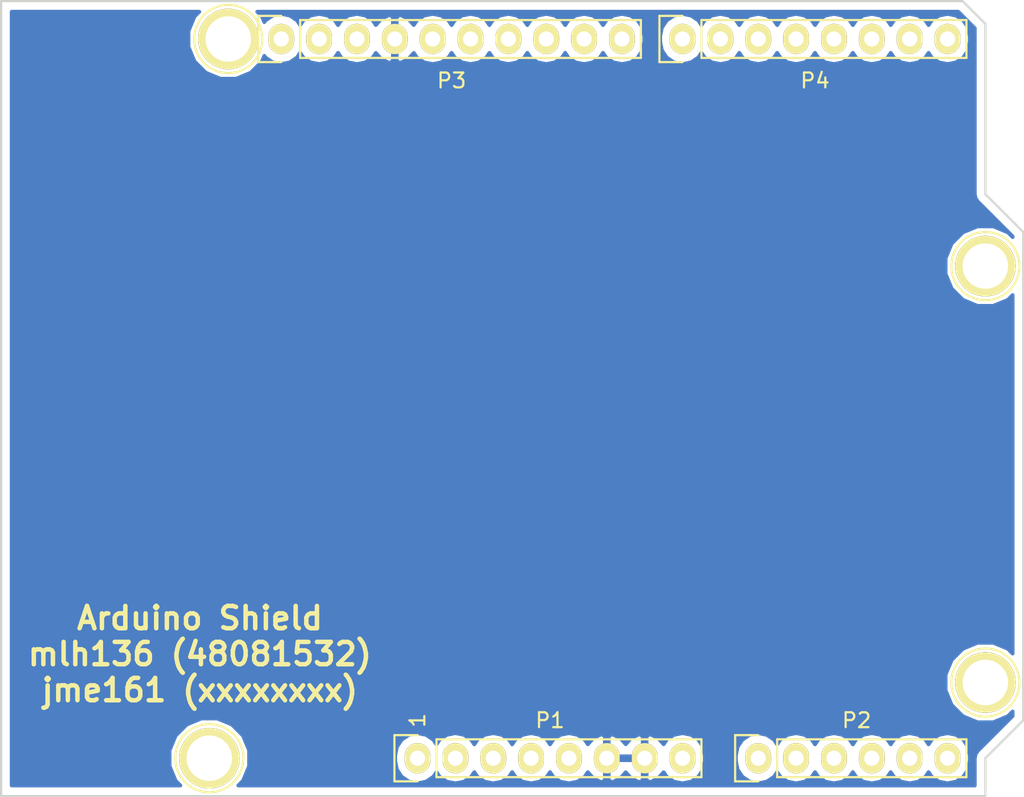
<source format=kicad_pcb>
(kicad_pcb (version 4) (host pcbnew 4.0.7)

  (general
    (links 2)
    (no_connects 0)
    (area 104.572999 71.442 182.171334 127.794)
    (thickness 1.6)
    (drawings 28)
    (tracks 0)
    (zones 0)
    (modules 8)
    (nets 28)
  )

  (page A4)
  (title_block
    (date "lun. 30 mars 2015")
  )

  (layers
    (0 F.Cu signal)
    (31 B.Cu signal)
    (32 B.Adhes user hide)
    (33 F.Adhes user hide)
    (34 B.Paste user hide)
    (35 F.Paste user hide)
    (36 B.SilkS user hide)
    (37 F.SilkS user)
    (38 B.Mask user hide)
    (39 F.Mask user)
    (40 Dwgs.User user hide)
    (41 Cmts.User user hide)
    (42 Eco1.User user hide)
    (43 Eco2.User user hide)
    (44 Edge.Cuts user)
    (45 Margin user hide)
    (46 B.CrtYd user hide)
    (47 F.CrtYd user hide)
    (48 B.Fab user hide)
    (49 F.Fab user hide)
  )

  (setup
    (last_trace_width 0.5)
    (trace_clearance 0.3)
    (zone_clearance 0.508)
    (zone_45_only no)
    (trace_min 0.2)
    (segment_width 0.15)
    (edge_width 0.15)
    (via_size 0.6)
    (via_drill 0.4)
    (via_min_size 0.4)
    (via_min_drill 0.3)
    (uvia_size 0.3)
    (uvia_drill 0.1)
    (uvias_allowed no)
    (uvia_min_size 0.2)
    (uvia_min_drill 0.1)
    (pcb_text_width 0.3)
    (pcb_text_size 1.5 1.5)
    (mod_edge_width 0.15)
    (mod_text_size 1 1)
    (mod_text_width 0.15)
    (pad_size 4.064 4.064)
    (pad_drill 3.048)
    (pad_to_mask_clearance 0)
    (aux_axis_origin 110.998 126.365)
    (grid_origin 110.998 126.365)
    (visible_elements 7FFFFF7F)
    (pcbplotparams
      (layerselection 0x00030_80000001)
      (usegerberextensions false)
      (excludeedgelayer true)
      (linewidth 0.100000)
      (plotframeref false)
      (viasonmask false)
      (mode 1)
      (useauxorigin false)
      (hpglpennumber 1)
      (hpglpenspeed 20)
      (hpglpendiameter 15)
      (hpglpenoverlay 2)
      (psnegative false)
      (psa4output false)
      (plotreference true)
      (plotvalue true)
      (plotinvisibletext false)
      (padsonsilk false)
      (subtractmaskfromsilk false)
      (outputformat 1)
      (mirror false)
      (drillshape 1)
      (scaleselection 1)
      (outputdirectory ""))
  )

  (net 0 "")
  (net 1 /IOREF)
  (net 2 /Reset)
  (net 3 +5V)
  (net 4 GND)
  (net 5 /Vin)
  (net 6 /A0)
  (net 7 /A1)
  (net 8 /A2)
  (net 9 /A3)
  (net 10 /AREF)
  (net 11 "/A4(SDA)")
  (net 12 "/A5(SCL)")
  (net 13 "/9(**)")
  (net 14 /8)
  (net 15 /7)
  (net 16 "/6(**)")
  (net 17 "/5(**)")
  (net 18 /4)
  (net 19 "/3(**)")
  (net 20 /2)
  (net 21 "/1(Tx)")
  (net 22 "/0(Rx)")
  (net 23 "/13(SCK)")
  (net 24 "/10(**/SS)")
  (net 25 +3V3)
  (net 26 "/12(MISO)")
  (net 27 "/11(**/MOSI)")

  (net_class Default "This is the default net class."
    (clearance 0.3)
    (trace_width 0.5)
    (via_dia 0.6)
    (via_drill 0.4)
    (uvia_dia 0.3)
    (uvia_drill 0.1)
    (add_net +3V3)
    (add_net "/0(Rx)")
    (add_net "/1(Tx)")
    (add_net "/10(**/SS)")
    (add_net "/11(**/MOSI)")
    (add_net "/12(MISO)")
    (add_net "/13(SCK)")
    (add_net /2)
    (add_net "/3(**)")
    (add_net /4)
    (add_net "/5(**)")
    (add_net "/6(**)")
    (add_net /7)
    (add_net /8)
    (add_net "/9(**)")
    (add_net /A0)
    (add_net /A1)
    (add_net /A2)
    (add_net /A3)
    (add_net "/A4(SDA)")
    (add_net "/A5(SCL)")
    (add_net /AREF)
    (add_net /IOREF)
    (add_net /Reset)
  )

  (net_class Power ""
    (clearance 0.3)
    (trace_width 1)
    (via_dia 1)
    (via_drill 0.4)
    (uvia_dia 0.3)
    (uvia_drill 0.1)
    (add_net +5V)
    (add_net /Vin)
    (add_net GND)
  )

  (module Socket_Arduino_Uno:Socket_Strip_Arduino_1x08 locked (layer F.Cu) (tedit 552168D2) (tstamp 551AF9EA)
    (at 138.938 123.825)
    (descr "Through hole socket strip")
    (tags "socket strip")
    (path /56D70129)
    (fp_text reference P1 (at 8.89 -2.54) (layer F.SilkS)
      (effects (font (size 1 1) (thickness 0.15)))
    )
    (fp_text value Power (at 8.89 -4.064) (layer F.Fab)
      (effects (font (size 1 1) (thickness 0.15)))
    )
    (fp_line (start -1.75 -1.75) (end -1.75 1.75) (layer F.CrtYd) (width 0.05))
    (fp_line (start 19.55 -1.75) (end 19.55 1.75) (layer F.CrtYd) (width 0.05))
    (fp_line (start -1.75 -1.75) (end 19.55 -1.75) (layer F.CrtYd) (width 0.05))
    (fp_line (start -1.75 1.75) (end 19.55 1.75) (layer F.CrtYd) (width 0.05))
    (fp_line (start 1.27 1.27) (end 19.05 1.27) (layer F.SilkS) (width 0.15))
    (fp_line (start 19.05 1.27) (end 19.05 -1.27) (layer F.SilkS) (width 0.15))
    (fp_line (start 19.05 -1.27) (end 1.27 -1.27) (layer F.SilkS) (width 0.15))
    (fp_line (start -1.55 1.55) (end 0 1.55) (layer F.SilkS) (width 0.15))
    (fp_line (start 1.27 1.27) (end 1.27 -1.27) (layer F.SilkS) (width 0.15))
    (fp_line (start 0 -1.55) (end -1.55 -1.55) (layer F.SilkS) (width 0.15))
    (fp_line (start -1.55 -1.55) (end -1.55 1.55) (layer F.SilkS) (width 0.15))
    (pad 1 thru_hole oval (at 0 0) (size 1.7272 2.032) (drill 1.016) (layers *.Cu *.Mask F.SilkS))
    (pad 2 thru_hole oval (at 2.54 0) (size 1.7272 2.032) (drill 1.016) (layers *.Cu *.Mask F.SilkS)
      (net 1 /IOREF))
    (pad 3 thru_hole oval (at 5.08 0) (size 1.7272 2.032) (drill 1.016) (layers *.Cu *.Mask F.SilkS)
      (net 2 /Reset))
    (pad 4 thru_hole oval (at 7.62 0) (size 1.7272 2.032) (drill 1.016) (layers *.Cu *.Mask F.SilkS)
      (net 25 +3V3))
    (pad 5 thru_hole oval (at 10.16 0) (size 1.7272 2.032) (drill 1.016) (layers *.Cu *.Mask F.SilkS)
      (net 3 +5V))
    (pad 6 thru_hole oval (at 12.7 0) (size 1.7272 2.032) (drill 1.016) (layers *.Cu *.Mask F.SilkS)
      (net 4 GND))
    (pad 7 thru_hole oval (at 15.24 0) (size 1.7272 2.032) (drill 1.016) (layers *.Cu *.Mask F.SilkS)
      (net 4 GND))
    (pad 8 thru_hole oval (at 17.78 0) (size 1.7272 2.032) (drill 1.016) (layers *.Cu *.Mask F.SilkS)
      (net 5 /Vin))
    (model ${KIPRJMOD}/Socket_Arduino_Uno.3dshapes/Socket_header_Arduino_1x08.wrl
      (at (xyz 0.35 0 0))
      (scale (xyz 1 1 1))
      (rotate (xyz 0 0 180))
    )
  )

  (module Socket_Arduino_Uno:Socket_Strip_Arduino_1x06 locked (layer F.Cu) (tedit 552168D6) (tstamp 551AF9FF)
    (at 161.798 123.825)
    (descr "Through hole socket strip")
    (tags "socket strip")
    (path /56D70DD8)
    (fp_text reference P2 (at 6.604 -2.54) (layer F.SilkS)
      (effects (font (size 1 1) (thickness 0.15)))
    )
    (fp_text value Analog (at 6.604 -4.064) (layer F.Fab)
      (effects (font (size 1 1) (thickness 0.15)))
    )
    (fp_line (start -1.75 -1.75) (end -1.75 1.75) (layer F.CrtYd) (width 0.05))
    (fp_line (start 14.45 -1.75) (end 14.45 1.75) (layer F.CrtYd) (width 0.05))
    (fp_line (start -1.75 -1.75) (end 14.45 -1.75) (layer F.CrtYd) (width 0.05))
    (fp_line (start -1.75 1.75) (end 14.45 1.75) (layer F.CrtYd) (width 0.05))
    (fp_line (start 1.27 1.27) (end 13.97 1.27) (layer F.SilkS) (width 0.15))
    (fp_line (start 13.97 1.27) (end 13.97 -1.27) (layer F.SilkS) (width 0.15))
    (fp_line (start 13.97 -1.27) (end 1.27 -1.27) (layer F.SilkS) (width 0.15))
    (fp_line (start -1.55 1.55) (end 0 1.55) (layer F.SilkS) (width 0.15))
    (fp_line (start 1.27 1.27) (end 1.27 -1.27) (layer F.SilkS) (width 0.15))
    (fp_line (start 0 -1.55) (end -1.55 -1.55) (layer F.SilkS) (width 0.15))
    (fp_line (start -1.55 -1.55) (end -1.55 1.55) (layer F.SilkS) (width 0.15))
    (pad 1 thru_hole oval (at 0 0) (size 1.7272 2.032) (drill 1.016) (layers *.Cu *.Mask F.SilkS)
      (net 6 /A0))
    (pad 2 thru_hole oval (at 2.54 0) (size 1.7272 2.032) (drill 1.016) (layers *.Cu *.Mask F.SilkS)
      (net 7 /A1))
    (pad 3 thru_hole oval (at 5.08 0) (size 1.7272 2.032) (drill 1.016) (layers *.Cu *.Mask F.SilkS)
      (net 8 /A2))
    (pad 4 thru_hole oval (at 7.62 0) (size 1.7272 2.032) (drill 1.016) (layers *.Cu *.Mask F.SilkS)
      (net 9 /A3))
    (pad 5 thru_hole oval (at 10.16 0) (size 1.7272 2.032) (drill 1.016) (layers *.Cu *.Mask F.SilkS)
      (net 11 "/A4(SDA)"))
    (pad 6 thru_hole oval (at 12.7 0) (size 1.7272 2.032) (drill 1.016) (layers *.Cu *.Mask F.SilkS)
      (net 12 "/A5(SCL)"))
    (model ${KIPRJMOD}/Socket_Arduino_Uno.3dshapes/Socket_header_Arduino_1x06.wrl
      (at (xyz 0.25 0 0))
      (scale (xyz 1 1 1))
      (rotate (xyz 0 0 180))
    )
  )

  (module Socket_Arduino_Uno:Socket_Strip_Arduino_1x10 locked (layer F.Cu) (tedit 59C35713) (tstamp 551AFA18)
    (at 129.794 75.565)
    (descr "Through hole socket strip")
    (tags "socket strip")
    (path /56D721E0)
    (fp_text reference P3 (at 11.43 2.794) (layer F.SilkS)
      (effects (font (size 1 1) (thickness 0.15)))
    )
    (fp_text value Digital (at 11.811 5.207) (layer F.Fab)
      (effects (font (size 1 1) (thickness 0.15)))
    )
    (fp_line (start -1.75 -1.75) (end -1.75 1.75) (layer F.CrtYd) (width 0.05))
    (fp_line (start 24.65 -1.75) (end 24.65 1.75) (layer F.CrtYd) (width 0.05))
    (fp_line (start -1.75 -1.75) (end 24.65 -1.75) (layer F.CrtYd) (width 0.05))
    (fp_line (start -1.75 1.75) (end 24.65 1.75) (layer F.CrtYd) (width 0.05))
    (fp_line (start 1.27 1.27) (end 24.13 1.27) (layer F.SilkS) (width 0.15))
    (fp_line (start 24.13 1.27) (end 24.13 -1.27) (layer F.SilkS) (width 0.15))
    (fp_line (start 24.13 -1.27) (end 1.27 -1.27) (layer F.SilkS) (width 0.15))
    (fp_line (start -1.55 1.55) (end 0 1.55) (layer F.SilkS) (width 0.15))
    (fp_line (start 1.27 1.27) (end 1.27 -1.27) (layer F.SilkS) (width 0.15))
    (fp_line (start 0 -1.55) (end -1.55 -1.55) (layer F.SilkS) (width 0.15))
    (fp_line (start -1.55 -1.55) (end -1.55 1.55) (layer F.SilkS) (width 0.15))
    (pad 1 thru_hole oval (at 0 0) (size 1.7272 2.032) (drill 1.016) (layers *.Cu *.Mask F.SilkS))
    (pad 2 thru_hole oval (at 2.54 0) (size 1.7272 2.032) (drill 1.016) (layers *.Cu *.Mask F.SilkS))
    (pad 3 thru_hole oval (at 5.08 0) (size 1.7272 2.032) (drill 1.016) (layers *.Cu *.Mask F.SilkS)
      (net 10 /AREF))
    (pad 4 thru_hole oval (at 7.62 0) (size 1.7272 2.032) (drill 1.016) (layers *.Cu *.Mask F.SilkS)
      (net 4 GND))
    (pad 5 thru_hole oval (at 10.16 0) (size 1.7272 2.032) (drill 1.016) (layers *.Cu *.Mask F.SilkS)
      (net 23 "/13(SCK)"))
    (pad 6 thru_hole oval (at 12.7 0) (size 1.7272 2.032) (drill 1.016) (layers *.Cu *.Mask F.SilkS)
      (net 26 "/12(MISO)"))
    (pad 7 thru_hole oval (at 15.24 0) (size 1.7272 2.032) (drill 1.016) (layers *.Cu *.Mask F.SilkS)
      (net 27 "/11(**/MOSI)"))
    (pad 8 thru_hole oval (at 17.78 0) (size 1.7272 2.032) (drill 1.016) (layers *.Cu *.Mask F.SilkS)
      (net 24 "/10(**/SS)"))
    (pad 9 thru_hole oval (at 20.32 0) (size 1.7272 2.032) (drill 1.016) (layers *.Cu *.Mask F.SilkS)
      (net 13 "/9(**)"))
    (pad 10 thru_hole oval (at 22.86 0) (size 1.7272 2.032) (drill 1.016) (layers *.Cu *.Mask F.SilkS)
      (net 14 /8))
    (model ${KIPRJMOD}/Socket_Arduino_Uno.3dshapes/Socket_header_Arduino_1x10.wrl
      (at (xyz 0.45 0 0))
      (scale (xyz 1 1 1))
      (rotate (xyz 0 0 180))
    )
  )

  (module Socket_Arduino_Uno:Socket_Strip_Arduino_1x08 locked (layer F.Cu) (tedit 59C3570D) (tstamp 551AFA2F)
    (at 156.718 75.565)
    (descr "Through hole socket strip")
    (tags "socket strip")
    (path /56D7164F)
    (fp_text reference P4 (at 8.89 2.794) (layer F.SilkS)
      (effects (font (size 1 1) (thickness 0.15)))
    )
    (fp_text value Digital (at 9.652 5.588) (layer F.Fab)
      (effects (font (size 1 1) (thickness 0.15)))
    )
    (fp_line (start -1.75 -1.75) (end -1.75 1.75) (layer F.CrtYd) (width 0.05))
    (fp_line (start 19.55 -1.75) (end 19.55 1.75) (layer F.CrtYd) (width 0.05))
    (fp_line (start -1.75 -1.75) (end 19.55 -1.75) (layer F.CrtYd) (width 0.05))
    (fp_line (start -1.75 1.75) (end 19.55 1.75) (layer F.CrtYd) (width 0.05))
    (fp_line (start 1.27 1.27) (end 19.05 1.27) (layer F.SilkS) (width 0.15))
    (fp_line (start 19.05 1.27) (end 19.05 -1.27) (layer F.SilkS) (width 0.15))
    (fp_line (start 19.05 -1.27) (end 1.27 -1.27) (layer F.SilkS) (width 0.15))
    (fp_line (start -1.55 1.55) (end 0 1.55) (layer F.SilkS) (width 0.15))
    (fp_line (start 1.27 1.27) (end 1.27 -1.27) (layer F.SilkS) (width 0.15))
    (fp_line (start 0 -1.55) (end -1.55 -1.55) (layer F.SilkS) (width 0.15))
    (fp_line (start -1.55 -1.55) (end -1.55 1.55) (layer F.SilkS) (width 0.15))
    (pad 1 thru_hole oval (at 0 0) (size 1.7272 2.032) (drill 1.016) (layers *.Cu *.Mask F.SilkS)
      (net 15 /7))
    (pad 2 thru_hole oval (at 2.54 0) (size 1.7272 2.032) (drill 1.016) (layers *.Cu *.Mask F.SilkS)
      (net 16 "/6(**)"))
    (pad 3 thru_hole oval (at 5.08 0) (size 1.7272 2.032) (drill 1.016) (layers *.Cu *.Mask F.SilkS)
      (net 17 "/5(**)"))
    (pad 4 thru_hole oval (at 7.62 0) (size 1.7272 2.032) (drill 1.016) (layers *.Cu *.Mask F.SilkS)
      (net 18 /4))
    (pad 5 thru_hole oval (at 10.16 0) (size 1.7272 2.032) (drill 1.016) (layers *.Cu *.Mask F.SilkS)
      (net 19 "/3(**)"))
    (pad 6 thru_hole oval (at 12.7 0) (size 1.7272 2.032) (drill 1.016) (layers *.Cu *.Mask F.SilkS)
      (net 20 /2))
    (pad 7 thru_hole oval (at 15.24 0) (size 1.7272 2.032) (drill 1.016) (layers *.Cu *.Mask F.SilkS)
      (net 21 "/1(Tx)"))
    (pad 8 thru_hole oval (at 17.78 0) (size 1.7272 2.032) (drill 1.016) (layers *.Cu *.Mask F.SilkS)
      (net 22 "/0(Rx)"))
    (model ${KIPRJMOD}/Socket_Arduino_Uno.3dshapes/Socket_header_Arduino_1x08.wrl
      (at (xyz 0.35 0 0))
      (scale (xyz 1 1 1))
      (rotate (xyz 0 0 180))
    )
  )

  (module Socket_Arduino_Uno:Arduino_1pin locked (layer F.Cu) (tedit 5524FC39) (tstamp 5524FC3F)
    (at 124.968 123.825)
    (descr "module 1 pin (ou trou mecanique de percage)")
    (tags DEV)
    (path /56D71177)
    (fp_text reference P5 (at 0 -3.048) (layer F.SilkS) hide
      (effects (font (size 1 1) (thickness 0.15)))
    )
    (fp_text value CONN_01X01 (at 0 2.794) (layer F.Fab) hide
      (effects (font (size 1 1) (thickness 0.15)))
    )
    (fp_circle (center 0 0) (end 0 -2.286) (layer F.SilkS) (width 0.15))
    (pad 1 thru_hole circle (at 0 0) (size 4.064 4.064) (drill 3.048) (layers *.Cu *.Mask F.SilkS))
  )

  (module Socket_Arduino_Uno:Arduino_1pin locked (layer F.Cu) (tedit 5524FC4A) (tstamp 5524FC44)
    (at 177.038 118.745)
    (descr "module 1 pin (ou trou mecanique de percage)")
    (tags DEV)
    (path /56D71274)
    (fp_text reference P6 (at 0 -3.048) (layer F.SilkS) hide
      (effects (font (size 1 1) (thickness 0.15)))
    )
    (fp_text value CONN_01X01 (at 0 2.794) (layer F.Fab) hide
      (effects (font (size 1 1) (thickness 0.15)))
    )
    (fp_circle (center 0 0) (end 0 -2.286) (layer F.SilkS) (width 0.15))
    (pad 1 thru_hole circle (at 0 0) (size 4.064 4.064) (drill 3.048) (layers *.Cu *.Mask F.SilkS))
  )

  (module Socket_Arduino_Uno:Arduino_1pin locked (layer F.Cu) (tedit 5524FC2F) (tstamp 5524FC49)
    (at 126.238 75.565)
    (descr "module 1 pin (ou trou mecanique de percage)")
    (tags DEV)
    (path /56D712A8)
    (fp_text reference P7 (at 0 -3.048) (layer F.SilkS) hide
      (effects (font (size 1 1) (thickness 0.15)))
    )
    (fp_text value CONN_01X01 (at 0 2.794) (layer F.Fab) hide
      (effects (font (size 1 1) (thickness 0.15)))
    )
    (fp_circle (center 0 0) (end 0 -2.286) (layer F.SilkS) (width 0.15))
    (pad 1 thru_hole circle (at 0 0) (size 4.064 4.064) (drill 3.048) (layers *.Cu *.Mask F.SilkS))
  )

  (module Socket_Arduino_Uno:Arduino_1pin locked (layer F.Cu) (tedit 5524FC41) (tstamp 5524FC4E)
    (at 177.038 90.805)
    (descr "module 1 pin (ou trou mecanique de percage)")
    (tags DEV)
    (path /56D712DB)
    (fp_text reference P8 (at 0 -3.048) (layer F.SilkS) hide
      (effects (font (size 1 1) (thickness 0.15)))
    )
    (fp_text value CONN_01X01 (at 0 2.794) (layer F.Fab) hide
      (effects (font (size 1 1) (thickness 0.15)))
    )
    (fp_circle (center 0 0) (end 0 -2.286) (layer F.SilkS) (width 0.15))
    (pad 1 thru_hole circle (at 0 0) (size 4.064 4.064) (drill 3.048) (layers *.Cu *.Mask F.SilkS))
  )

  (gr_text "Arduino Shield\nmlh136 (48081532)\njme161 (xxxxxxxx)" (at 124.333 116.84) (layer F.SilkS)
    (effects (font (size 1.5 1.5) (thickness 0.3)))
  )
  (gr_text 1 (at 138.938 121.285 90) (layer F.SilkS)
    (effects (font (size 1 1) (thickness 0.15)))
  )
  (gr_circle (center 117.348 76.962) (end 118.618 76.962) (layer Dwgs.User) (width 0.15))
  (gr_line (start 114.427 78.994) (end 114.427 74.93) (angle 90) (layer Dwgs.User) (width 0.15))
  (gr_line (start 120.269 78.994) (end 114.427 78.994) (angle 90) (layer Dwgs.User) (width 0.15))
  (gr_line (start 120.269 74.93) (end 120.269 78.994) (angle 90) (layer Dwgs.User) (width 0.15))
  (gr_line (start 114.427 74.93) (end 120.269 74.93) (angle 90) (layer Dwgs.User) (width 0.15))
  (gr_line (start 120.523 93.98) (end 104.648 93.98) (angle 90) (layer Dwgs.User) (width 0.15))
  (gr_line (start 177.038 74.549) (end 175.514 73.025) (angle 90) (layer Edge.Cuts) (width 0.15))
  (gr_line (start 177.038 85.979) (end 177.038 74.549) (angle 90) (layer Edge.Cuts) (width 0.15))
  (gr_line (start 179.578 88.519) (end 177.038 85.979) (angle 90) (layer Edge.Cuts) (width 0.15))
  (gr_line (start 179.578 121.285) (end 179.578 88.519) (angle 90) (layer Edge.Cuts) (width 0.15))
  (gr_line (start 177.038 123.825) (end 179.578 121.285) (angle 90) (layer Edge.Cuts) (width 0.15))
  (gr_line (start 177.038 126.365) (end 177.038 123.825) (angle 90) (layer Edge.Cuts) (width 0.15))
  (gr_line (start 110.998 126.365) (end 177.038 126.365) (angle 90) (layer Edge.Cuts) (width 0.15))
  (gr_line (start 110.998 73.025) (end 110.998 126.365) (angle 90) (layer Edge.Cuts) (width 0.15))
  (gr_line (start 175.514 73.025) (end 110.998 73.025) (angle 90) (layer Edge.Cuts) (width 0.15))
  (gr_line (start 173.355 102.235) (end 173.355 94.615) (angle 90) (layer Dwgs.User) (width 0.15))
  (gr_line (start 178.435 102.235) (end 173.355 102.235) (angle 90) (layer Dwgs.User) (width 0.15))
  (gr_line (start 178.435 94.615) (end 178.435 102.235) (angle 90) (layer Dwgs.User) (width 0.15))
  (gr_line (start 173.355 94.615) (end 178.435 94.615) (angle 90) (layer Dwgs.User) (width 0.15))
  (gr_line (start 109.093 123.19) (end 109.093 114.3) (angle 90) (layer Dwgs.User) (width 0.15))
  (gr_line (start 122.428 123.19) (end 109.093 123.19) (angle 90) (layer Dwgs.User) (width 0.15))
  (gr_line (start 122.428 114.3) (end 122.428 123.19) (angle 90) (layer Dwgs.User) (width 0.15))
  (gr_line (start 109.093 114.3) (end 122.428 114.3) (angle 90) (layer Dwgs.User) (width 0.15))
  (gr_line (start 104.648 93.98) (end 104.648 82.55) (angle 90) (layer Dwgs.User) (width 0.15))
  (gr_line (start 120.523 82.55) (end 120.523 93.98) (angle 90) (layer Dwgs.User) (width 0.15))
  (gr_line (start 104.648 82.55) (end 120.523 82.55) (angle 90) (layer Dwgs.User) (width 0.15))

  (zone (net 4) (net_name GND) (layer B.Cu) (tstamp 59C33DFE) (hatch edge 0.508)
    (connect_pads (clearance 0.508))
    (min_thickness 0.254)
    (fill yes (arc_segments 16) (thermal_gap 0.508) (thermal_bridge_width 0.508))
    (polygon
      (pts
        (xy 111.252 73.406) (xy 175.514 73.533) (xy 176.53 74.803) (xy 176.657 86.106) (xy 179.324 88.646)
        (xy 179.451 121.031) (xy 176.657 123.698) (xy 176.657 125.984) (xy 111.252 125.984)
      )
    )
    (filled_polygon
      (pts
        (xy 123.978345 74.052293) (xy 123.571464 75.032173) (xy 123.570538 76.093172) (xy 123.975709 77.073761) (xy 124.725293 77.824655)
        (xy 125.705173 78.231536) (xy 126.766172 78.232462) (xy 127.746761 77.827291) (xy 128.497655 77.077707) (xy 128.657071 76.693789)
        (xy 128.73433 76.809415) (xy 129.220511 77.134271) (xy 129.794 77.248345) (xy 130.367489 77.134271) (xy 130.85367 76.809415)
        (xy 131.064 76.494634) (xy 131.27433 76.809415) (xy 131.760511 77.134271) (xy 132.334 77.248345) (xy 132.907489 77.134271)
        (xy 133.39367 76.809415) (xy 133.604 76.494634) (xy 133.81433 76.809415) (xy 134.300511 77.134271) (xy 134.874 77.248345)
        (xy 135.447489 77.134271) (xy 135.93367 76.809415) (xy 136.140461 76.499931) (xy 136.511964 76.915732) (xy 137.039209 77.169709)
        (xy 137.054974 77.172358) (xy 137.287 77.051217) (xy 137.287 75.692) (xy 137.267 75.692) (xy 137.267 75.438)
        (xy 137.287 75.438) (xy 137.287 74.078783) (xy 137.541 74.078783) (xy 137.541 75.438) (xy 137.561 75.438)
        (xy 137.561 75.692) (xy 137.541 75.692) (xy 137.541 77.051217) (xy 137.773026 77.172358) (xy 137.788791 77.169709)
        (xy 138.316036 76.915732) (xy 138.687539 76.499931) (xy 138.89433 76.809415) (xy 139.380511 77.134271) (xy 139.954 77.248345)
        (xy 140.527489 77.134271) (xy 141.01367 76.809415) (xy 141.224 76.494634) (xy 141.43433 76.809415) (xy 141.920511 77.134271)
        (xy 142.494 77.248345) (xy 143.067489 77.134271) (xy 143.55367 76.809415) (xy 143.764 76.494634) (xy 143.97433 76.809415)
        (xy 144.460511 77.134271) (xy 145.034 77.248345) (xy 145.607489 77.134271) (xy 146.09367 76.809415) (xy 146.304 76.494634)
        (xy 146.51433 76.809415) (xy 147.000511 77.134271) (xy 147.574 77.248345) (xy 148.147489 77.134271) (xy 148.63367 76.809415)
        (xy 148.844 76.494634) (xy 149.05433 76.809415) (xy 149.540511 77.134271) (xy 150.114 77.248345) (xy 150.687489 77.134271)
        (xy 151.17367 76.809415) (xy 151.384 76.494634) (xy 151.59433 76.809415) (xy 152.080511 77.134271) (xy 152.654 77.248345)
        (xy 153.227489 77.134271) (xy 153.71367 76.809415) (xy 154.038526 76.323234) (xy 154.1526 75.749745) (xy 154.1526 75.380255)
        (xy 155.2194 75.380255) (xy 155.2194 75.749745) (xy 155.333474 76.323234) (xy 155.65833 76.809415) (xy 156.144511 77.134271)
        (xy 156.718 77.248345) (xy 157.291489 77.134271) (xy 157.77767 76.809415) (xy 157.988 76.494634) (xy 158.19833 76.809415)
        (xy 158.684511 77.134271) (xy 159.258 77.248345) (xy 159.831489 77.134271) (xy 160.31767 76.809415) (xy 160.528 76.494634)
        (xy 160.73833 76.809415) (xy 161.224511 77.134271) (xy 161.798 77.248345) (xy 162.371489 77.134271) (xy 162.85767 76.809415)
        (xy 163.068 76.494634) (xy 163.27833 76.809415) (xy 163.764511 77.134271) (xy 164.338 77.248345) (xy 164.911489 77.134271)
        (xy 165.39767 76.809415) (xy 165.608 76.494634) (xy 165.81833 76.809415) (xy 166.304511 77.134271) (xy 166.878 77.248345)
        (xy 167.451489 77.134271) (xy 167.93767 76.809415) (xy 168.148 76.494634) (xy 168.35833 76.809415) (xy 168.844511 77.134271)
        (xy 169.418 77.248345) (xy 169.991489 77.134271) (xy 170.47767 76.809415) (xy 170.688 76.494634) (xy 170.89833 76.809415)
        (xy 171.384511 77.134271) (xy 171.958 77.248345) (xy 172.531489 77.134271) (xy 173.01767 76.809415) (xy 173.228 76.494634)
        (xy 173.43833 76.809415) (xy 173.924511 77.134271) (xy 174.498 77.248345) (xy 175.071489 77.134271) (xy 175.55767 76.809415)
        (xy 175.882526 76.323234) (xy 175.9966 75.749745) (xy 175.9966 75.380255) (xy 175.882526 74.806766) (xy 175.55767 74.320585)
        (xy 175.071489 73.995729) (xy 174.498 73.881655) (xy 173.924511 73.995729) (xy 173.43833 74.320585) (xy 173.228 74.635366)
        (xy 173.01767 74.320585) (xy 172.531489 73.995729) (xy 171.958 73.881655) (xy 171.384511 73.995729) (xy 170.89833 74.320585)
        (xy 170.688 74.635366) (xy 170.47767 74.320585) (xy 169.991489 73.995729) (xy 169.418 73.881655) (xy 168.844511 73.995729)
        (xy 168.35833 74.320585) (xy 168.148 74.635366) (xy 167.93767 74.320585) (xy 167.451489 73.995729) (xy 166.878 73.881655)
        (xy 166.304511 73.995729) (xy 165.81833 74.320585) (xy 165.608 74.635366) (xy 165.39767 74.320585) (xy 164.911489 73.995729)
        (xy 164.338 73.881655) (xy 163.764511 73.995729) (xy 163.27833 74.320585) (xy 163.068 74.635366) (xy 162.85767 74.320585)
        (xy 162.371489 73.995729) (xy 161.798 73.881655) (xy 161.224511 73.995729) (xy 160.73833 74.320585) (xy 160.528 74.635366)
        (xy 160.31767 74.320585) (xy 159.831489 73.995729) (xy 159.258 73.881655) (xy 158.684511 73.995729) (xy 158.19833 74.320585)
        (xy 157.988 74.635366) (xy 157.77767 74.320585) (xy 157.291489 73.995729) (xy 156.718 73.881655) (xy 156.144511 73.995729)
        (xy 155.65833 74.320585) (xy 155.333474 74.806766) (xy 155.2194 75.380255) (xy 154.1526 75.380255) (xy 154.038526 74.806766)
        (xy 153.71367 74.320585) (xy 153.227489 73.995729) (xy 152.654 73.881655) (xy 152.080511 73.995729) (xy 151.59433 74.320585)
        (xy 151.384 74.635366) (xy 151.17367 74.320585) (xy 150.687489 73.995729) (xy 150.114 73.881655) (xy 149.540511 73.995729)
        (xy 149.05433 74.320585) (xy 148.844 74.635366) (xy 148.63367 74.320585) (xy 148.147489 73.995729) (xy 147.574 73.881655)
        (xy 147.000511 73.995729) (xy 146.51433 74.320585) (xy 146.304 74.635366) (xy 146.09367 74.320585) (xy 145.607489 73.995729)
        (xy 145.034 73.881655) (xy 144.460511 73.995729) (xy 143.97433 74.320585) (xy 143.764 74.635366) (xy 143.55367 74.320585)
        (xy 143.067489 73.995729) (xy 142.494 73.881655) (xy 141.920511 73.995729) (xy 141.43433 74.320585) (xy 141.224 74.635366)
        (xy 141.01367 74.320585) (xy 140.527489 73.995729) (xy 139.954 73.881655) (xy 139.380511 73.995729) (xy 138.89433 74.320585)
        (xy 138.687539 74.630069) (xy 138.316036 74.214268) (xy 137.788791 73.960291) (xy 137.773026 73.957642) (xy 137.541 74.078783)
        (xy 137.287 74.078783) (xy 137.054974 73.957642) (xy 137.039209 73.960291) (xy 136.511964 74.214268) (xy 136.140461 74.630069)
        (xy 135.93367 74.320585) (xy 135.447489 73.995729) (xy 134.874 73.881655) (xy 134.300511 73.995729) (xy 133.81433 74.320585)
        (xy 133.604 74.635366) (xy 133.39367 74.320585) (xy 132.907489 73.995729) (xy 132.334 73.881655) (xy 131.760511 73.995729)
        (xy 131.27433 74.320585) (xy 131.064 74.635366) (xy 130.85367 74.320585) (xy 130.367489 73.995729) (xy 129.794 73.881655)
        (xy 129.220511 73.995729) (xy 128.73433 74.320585) (xy 128.657208 74.436007) (xy 128.500291 74.056239) (xy 128.179612 73.735)
        (xy 175.219908 73.735) (xy 176.328 74.843091) (xy 176.328 85.979) (xy 176.382046 86.250705) (xy 176.535954 86.481046)
        (xy 178.868 88.813091) (xy 178.868 88.863193) (xy 178.550707 88.545345) (xy 177.570827 88.138464) (xy 176.509828 88.137538)
        (xy 175.529239 88.542709) (xy 174.778345 89.292293) (xy 174.371464 90.272173) (xy 174.370538 91.333172) (xy 174.775709 92.313761)
        (xy 175.525293 93.064655) (xy 176.505173 93.471536) (xy 177.566172 93.472462) (xy 178.546761 93.067291) (xy 178.868 92.746612)
        (xy 178.868 116.803193) (xy 178.550707 116.485345) (xy 177.570827 116.078464) (xy 176.509828 116.077538) (xy 175.529239 116.482709)
        (xy 174.778345 117.232293) (xy 174.371464 118.212173) (xy 174.370538 119.273172) (xy 174.775709 120.253761) (xy 175.525293 121.004655)
        (xy 176.505173 121.411536) (xy 177.566172 121.412462) (xy 178.546761 121.007291) (xy 178.868 120.686612) (xy 178.868 120.990909)
        (xy 176.535954 123.322954) (xy 176.382046 123.553295) (xy 176.328 123.825) (xy 176.328 125.655) (xy 126.909807 125.655)
        (xy 127.227655 125.337707) (xy 127.634536 124.357827) (xy 127.635162 123.640255) (xy 137.4394 123.640255) (xy 137.4394 124.009745)
        (xy 137.553474 124.583234) (xy 137.87833 125.069415) (xy 138.364511 125.394271) (xy 138.938 125.508345) (xy 139.511489 125.394271)
        (xy 139.99767 125.069415) (xy 140.208 124.754634) (xy 140.41833 125.069415) (xy 140.904511 125.394271) (xy 141.478 125.508345)
        (xy 142.051489 125.394271) (xy 142.53767 125.069415) (xy 142.748 124.754634) (xy 142.95833 125.069415) (xy 143.444511 125.394271)
        (xy 144.018 125.508345) (xy 144.591489 125.394271) (xy 145.07767 125.069415) (xy 145.288 124.754634) (xy 145.49833 125.069415)
        (xy 145.984511 125.394271) (xy 146.558 125.508345) (xy 147.131489 125.394271) (xy 147.61767 125.069415) (xy 147.828 124.754634)
        (xy 148.03833 125.069415) (xy 148.524511 125.394271) (xy 149.098 125.508345) (xy 149.671489 125.394271) (xy 150.15767 125.069415)
        (xy 150.364461 124.759931) (xy 150.735964 125.175732) (xy 151.263209 125.429709) (xy 151.278974 125.432358) (xy 151.511 125.311217)
        (xy 151.511 123.952) (xy 151.765 123.952) (xy 151.765 125.311217) (xy 151.997026 125.432358) (xy 152.012791 125.429709)
        (xy 152.540036 125.175732) (xy 152.908 124.763892) (xy 153.275964 125.175732) (xy 153.803209 125.429709) (xy 153.818974 125.432358)
        (xy 154.051 125.311217) (xy 154.051 123.952) (xy 151.765 123.952) (xy 151.511 123.952) (xy 151.491 123.952)
        (xy 151.491 123.698) (xy 151.511 123.698) (xy 151.511 122.338783) (xy 151.765 122.338783) (xy 151.765 123.698)
        (xy 154.051 123.698) (xy 154.051 122.338783) (xy 154.305 122.338783) (xy 154.305 123.698) (xy 154.325 123.698)
        (xy 154.325 123.952) (xy 154.305 123.952) (xy 154.305 125.311217) (xy 154.537026 125.432358) (xy 154.552791 125.429709)
        (xy 155.080036 125.175732) (xy 155.451539 124.759931) (xy 155.65833 125.069415) (xy 156.144511 125.394271) (xy 156.718 125.508345)
        (xy 157.291489 125.394271) (xy 157.77767 125.069415) (xy 158.102526 124.583234) (xy 158.2166 124.009745) (xy 158.2166 123.640255)
        (xy 160.2994 123.640255) (xy 160.2994 124.009745) (xy 160.413474 124.583234) (xy 160.73833 125.069415) (xy 161.224511 125.394271)
        (xy 161.798 125.508345) (xy 162.371489 125.394271) (xy 162.85767 125.069415) (xy 163.068 124.754634) (xy 163.27833 125.069415)
        (xy 163.764511 125.394271) (xy 164.338 125.508345) (xy 164.911489 125.394271) (xy 165.39767 125.069415) (xy 165.608 124.754634)
        (xy 165.81833 125.069415) (xy 166.304511 125.394271) (xy 166.878 125.508345) (xy 167.451489 125.394271) (xy 167.93767 125.069415)
        (xy 168.148 124.754634) (xy 168.35833 125.069415) (xy 168.844511 125.394271) (xy 169.418 125.508345) (xy 169.991489 125.394271)
        (xy 170.47767 125.069415) (xy 170.688 124.754634) (xy 170.89833 125.069415) (xy 171.384511 125.394271) (xy 171.958 125.508345)
        (xy 172.531489 125.394271) (xy 173.01767 125.069415) (xy 173.228 124.754634) (xy 173.43833 125.069415) (xy 173.924511 125.394271)
        (xy 174.498 125.508345) (xy 175.071489 125.394271) (xy 175.55767 125.069415) (xy 175.882526 124.583234) (xy 175.9966 124.009745)
        (xy 175.9966 123.640255) (xy 175.882526 123.066766) (xy 175.55767 122.580585) (xy 175.071489 122.255729) (xy 174.498 122.141655)
        (xy 173.924511 122.255729) (xy 173.43833 122.580585) (xy 173.228 122.895366) (xy 173.01767 122.580585) (xy 172.531489 122.255729)
        (xy 171.958 122.141655) (xy 171.384511 122.255729) (xy 170.89833 122.580585) (xy 170.688 122.895366) (xy 170.47767 122.580585)
        (xy 169.991489 122.255729) (xy 169.418 122.141655) (xy 168.844511 122.255729) (xy 168.35833 122.580585) (xy 168.148 122.895366)
        (xy 167.93767 122.580585) (xy 167.451489 122.255729) (xy 166.878 122.141655) (xy 166.304511 122.255729) (xy 165.81833 122.580585)
        (xy 165.608 122.895366) (xy 165.39767 122.580585) (xy 164.911489 122.255729) (xy 164.338 122.141655) (xy 163.764511 122.255729)
        (xy 163.27833 122.580585) (xy 163.068 122.895366) (xy 162.85767 122.580585) (xy 162.371489 122.255729) (xy 161.798 122.141655)
        (xy 161.224511 122.255729) (xy 160.73833 122.580585) (xy 160.413474 123.066766) (xy 160.2994 123.640255) (xy 158.2166 123.640255)
        (xy 158.102526 123.066766) (xy 157.77767 122.580585) (xy 157.291489 122.255729) (xy 156.718 122.141655) (xy 156.144511 122.255729)
        (xy 155.65833 122.580585) (xy 155.451539 122.890069) (xy 155.080036 122.474268) (xy 154.552791 122.220291) (xy 154.537026 122.217642)
        (xy 154.305 122.338783) (xy 154.051 122.338783) (xy 153.818974 122.217642) (xy 153.803209 122.220291) (xy 153.275964 122.474268)
        (xy 152.908 122.886108) (xy 152.540036 122.474268) (xy 152.012791 122.220291) (xy 151.997026 122.217642) (xy 151.765 122.338783)
        (xy 151.511 122.338783) (xy 151.278974 122.217642) (xy 151.263209 122.220291) (xy 150.735964 122.474268) (xy 150.364461 122.890069)
        (xy 150.15767 122.580585) (xy 149.671489 122.255729) (xy 149.098 122.141655) (xy 148.524511 122.255729) (xy 148.03833 122.580585)
        (xy 147.828 122.895366) (xy 147.61767 122.580585) (xy 147.131489 122.255729) (xy 146.558 122.141655) (xy 145.984511 122.255729)
        (xy 145.49833 122.580585) (xy 145.288 122.895366) (xy 145.07767 122.580585) (xy 144.591489 122.255729) (xy 144.018 122.141655)
        (xy 143.444511 122.255729) (xy 142.95833 122.580585) (xy 142.748 122.895366) (xy 142.53767 122.580585) (xy 142.051489 122.255729)
        (xy 141.478 122.141655) (xy 140.904511 122.255729) (xy 140.41833 122.580585) (xy 140.208 122.895366) (xy 139.99767 122.580585)
        (xy 139.511489 122.255729) (xy 138.938 122.141655) (xy 138.364511 122.255729) (xy 137.87833 122.580585) (xy 137.553474 123.066766)
        (xy 137.4394 123.640255) (xy 127.635162 123.640255) (xy 127.635462 123.296828) (xy 127.230291 122.316239) (xy 126.480707 121.565345)
        (xy 125.500827 121.158464) (xy 124.439828 121.157538) (xy 123.459239 121.562709) (xy 122.708345 122.312293) (xy 122.301464 123.292173)
        (xy 122.300538 124.353172) (xy 122.705709 125.333761) (xy 123.026388 125.655) (xy 111.708 125.655) (xy 111.708 73.735)
        (xy 124.296193 73.735)
      )
    )
  )
)

</source>
